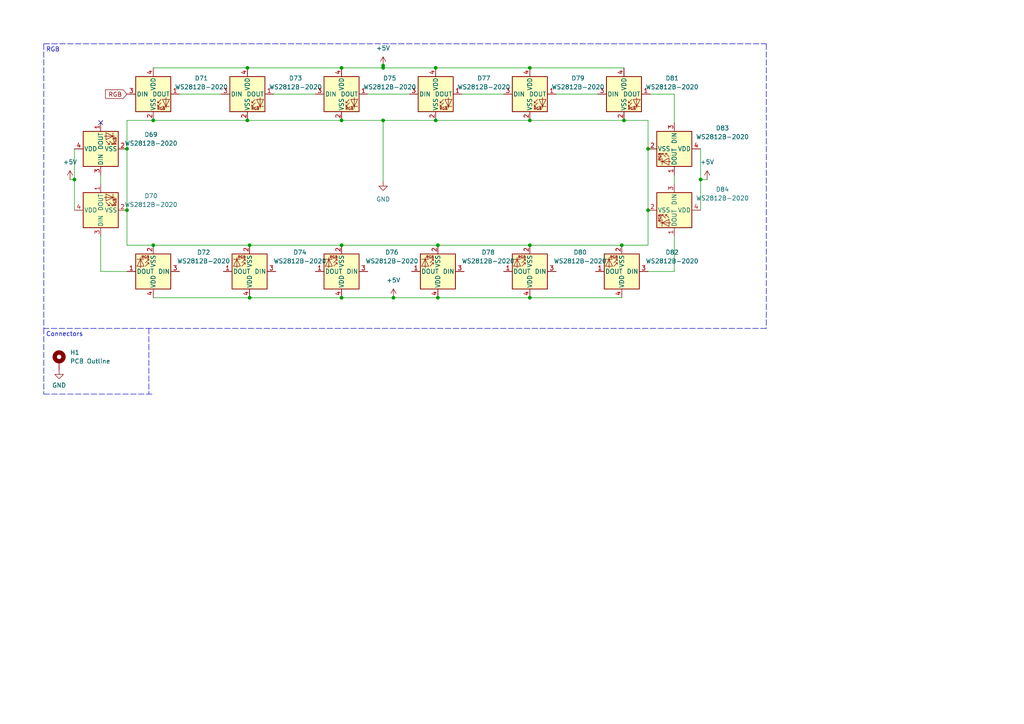
<source format=kicad_sch>
(kicad_sch (version 20211123) (generator eeschema)
  (paper "A4")
  (title_block (title "SST60 - Multi-layout 60% pcb") (date "2022-07-25") (rev "1.0"))
  (lib_symbols
    (symbol "Mechanical:MountingHole_Pad" (pin_numbers hide) (pin_names (offset 1.016) hide)
      (property "Reference" "H" (at 0 6.35 0))
      (property "Value" "MountingHole_Pad" (at 0 4.445 0))
      (symbol "MountingHole_Pad_0_1"
        (circle (center 0 1.27) (radius 1.27) (stroke (width 1.27)))
      )
      (symbol "MountingHole_Pad_1_1"
        (pin input line (at 0 -2.54 90) (length 2.54) (name "1") (number "1"))
      )
    )
    (symbol "cipulot_parts:SK6812MINI" (pin_names (offset 0.254))
      (property "Reference" "D" (at 5.08 5.715 0))
      (property "Value" "SK6812MINI" (at 1.27 -5.715 0))
      (symbol "SK6812MINI_0_0"
        (text "RGB" (at 2.286 -4.191 0) (effects (font (size 0.762 0.762))))
      )
      (symbol "SK6812MINI_0_1"
        (polyline (pts (xy 1.27 -3.556) (xy 1.778 -3.556)))
        (polyline (pts (xy 1.27 -2.54) (xy 1.778 -2.54)))
        (polyline (pts (xy 4.699 -3.556) (xy 2.667 -3.556)))
        (polyline (pts (xy 2.286 -2.54) (xy 1.27 -3.556) (xy 1.27 -3.048)))
        (polyline (pts (xy 2.286 -1.524) (xy 1.27 -2.54) (xy 1.27 -2.032)))
        (polyline (pts (xy 3.683 -1.016) (xy 3.683 -3.556) (xy 3.683 -4.064)))
        (polyline (pts (xy 4.699 -1.524) (xy 2.667 -1.524) (xy 3.683 -3.556) (xy 4.699 -1.524)))
        (rectangle (start 5.08 5.08) (end -5.08 -5.08) (stroke (width 0.254)) (fill (type background)))
      )
      (symbol "SK6812MINI_1_1"
        (pin output line (at 7.62 0 180) (length 2.54) (name "DOUT") (number "1"))
        (pin power_in line (at 0 -7.62 90) (length 2.54) (name "VSS") (number "2"))
        (pin input line (at -7.62 0 0) (length 2.54) (name "DIN") (number "3"))
        (pin power_in line (at 0 7.62 270) (length 2.54) (name "VDD") (number "4"))
      )
    )
    (symbol "power:+5V" (power) (pin_names (offset 0))
      (property "Value" "+5V" (at 0 3.556 0))
      (symbol "+5V_0_1"
        (polyline (pts (xy -0.762 1.27) (xy 0 2.54)))
        (polyline (pts (xy 0 0) (xy 0 2.54)))
        (polyline (pts (xy 0 2.54) (xy 0.762 1.27)))
      )
      (symbol "+5V_1_1"
        (pin power_in line (at 0 0 90) (length 0) hide (name "+5V") (number "1"))
      )
    )
    (symbol "power:GND" (power) (pin_names (offset 0))
      (property "Value" "GND" (at 0 -3.81 0))
      (symbol "GND_0_1"
        (polyline (pts (xy 0 0) (xy 0 -1.27) (xy 1.27 -1.27) (xy 0 -2.54) (xy -1.27 -1.27) (xy 0 -1.27)))
      )
      (symbol "GND_1_1"
        (pin power_in line (at 0 0 270) (length 0) hide (name "GND") (number "1"))
      )
    )
  )
  (junction (at 153.67 34.925))
  (junction (at 114.113 86.36))
  (junction (at 153.67 71.12))
  (junction (at 187.96 60.96))
  (junction (at 153.67 86.36))
  (junction (at 111.125 19.05))
  (junction (at 21.59 52.07))
  (junction (at 44.45 71.12))
  (junction (at 99.06 86.36))
  (junction (at 187.96 43.18))
  (junction (at 180.975 34.925))
  (junction (at 127 86.36))
  (junction (at 180.34 71.12))
  (junction (at 99.06 19.685))
  (junction (at 126.365 34.925))
  (junction (at 36.83 60.96))
  (junction (at 71.755 34.925))
  (junction (at 127 71.12))
  (junction (at 111.125 19.685))
  (junction (at 111.125 34.925))
  (junction (at 36.83 43.18))
  (junction (at 72.39 86.36))
  (junction (at 153.67 19.685))
  (junction (at 126.365 19.685))
  (junction (at 99.06 34.925))
  (junction (at 99.06 71.12))
  (junction (at 44.45 34.925))
  (junction (at 72.39 71.12))
  (junction (at 203.2 52.07))
  (junction (at 71.755 19.685))
  (no_connect (at 29.21 35.56))
  (wire (pts (xy 21.59 52.07) (xy 21.59 60.96)))
  (wire (pts (xy 187.96 43.18) (xy 187.96 34.925)))
  (polyline (pts (xy 12.7 12.7) (xy 12.7 95.25)))
  (wire (pts (xy 195.58 50.8) (xy 195.58 53.34)))
  (wire (pts (xy 127 71.12) (xy 99.06 71.12)))
  (wire (pts (xy 187.96 43.18) (xy 187.96 60.96)))
  (wire (pts (xy 99.06 34.925) (xy 111.125 34.925)))
  (wire (pts (xy 21.59 43.18) (xy 21.59 52.07)))
  (wire (pts (xy 44.45 71.12) (xy 36.83 71.12)))
  (wire (pts (xy 188.595 27.305) (xy 195.58 27.305)))
  (wire (pts (xy 127 86.36) (xy 153.67 86.36)))
  (wire (pts (xy 106.68 27.305) (xy 118.745 27.305)))
  (wire (pts (xy 29.21 68.58) (xy 29.21 78.74)))
  (wire (pts (xy 126.365 19.685) (xy 111.125 19.685)))
  (polyline (pts (xy 12.7 12.7) (xy 222.25 12.7)))
  (wire (pts (xy 161.29 27.305) (xy 173.355 27.305)))
  (polyline (pts (xy 43.18 95.25) (xy 43.18 114.3)))
  (polyline (pts (xy 222.25 12.7) (xy 222.25 95.25)))
  (wire (pts (xy 187.96 71.12) (xy 180.34 71.12)))
  (wire (pts (xy 180.34 71.12) (xy 153.67 71.12)))
  (wire (pts (xy 203.2 43.18) (xy 203.2 52.07)))
  (wire (pts (xy 187.96 60.96) (xy 187.96 71.12)))
  (wire (pts (xy 79.375 27.305) (xy 91.44 27.305)))
  (wire (pts (xy 29.21 78.74) (xy 36.83 78.74)))
  (wire (pts (xy 36.83 43.18) (xy 36.83 34.925)))
  (wire (pts (xy 36.83 43.18) (xy 36.83 60.96)))
  (wire (pts (xy 153.67 34.925) (xy 180.975 34.925)))
  (wire (pts (xy 111.125 19.685) (xy 111.125 19.05)))
  (wire (pts (xy 44.45 34.925) (xy 71.755 34.925)))
  (wire (pts (xy 203.2 52.07) (xy 205.105 52.07)))
  (wire (pts (xy 99.06 19.685) (xy 111.125 19.685)))
  (polyline (pts (xy 12.7 114.3) (xy 44.45 114.3)))
  (wire (pts (xy 195.58 27.305) (xy 195.58 35.56)))
  (wire (pts (xy 195.58 68.58) (xy 195.58 78.74)))
  (wire (pts (xy 153.67 71.12) (xy 127 71.12)))
  (wire (pts (xy 180.975 19.685) (xy 153.67 19.685)))
  (wire (pts (xy 111.125 52.705) (xy 111.125 34.925)))
  (wire (pts (xy 20.32 52.07) (xy 21.59 52.07)))
  (wire (pts (xy 44.45 19.685) (xy 71.755 19.685)))
  (wire (pts (xy 71.755 34.925) (xy 99.06 34.925)))
  (wire (pts (xy 29.21 50.8) (xy 29.21 53.34)))
  (wire (pts (xy 133.985 27.305) (xy 146.05 27.305)))
  (wire (pts (xy 36.83 60.96) (xy 36.83 71.12)))
  (wire (pts (xy 99.06 71.12) (xy 72.39 71.12)))
  (wire (pts (xy 203.2 60.96) (xy 203.2 52.07)))
  (wire (pts (xy 99.06 86.36) (xy 114.113 86.36)))
  (wire (pts (xy 114.113 86.36) (xy 127 86.36)))
  (polyline (pts (xy 12.7 95.25) (xy 12.7 114.3)))
  (wire (pts (xy 36.83 34.925) (xy 44.45 34.925)))
  (wire (pts (xy 72.39 86.36) (xy 99.06 86.36)))
  (wire (pts (xy 153.67 86.36) (xy 180.34 86.36)))
  (wire (pts (xy 111.125 19.05) (xy 111.125 18.415)))
  (wire (pts (xy 52.07 27.305) (xy 64.135 27.305)))
  (wire (pts (xy 44.45 86.36) (xy 72.39 86.36)))
  (wire (pts (xy 126.365 34.925) (xy 153.67 34.925)))
  (wire (pts (xy 195.58 78.74) (xy 187.96 78.74)))
  (wire (pts (xy 111.125 34.925) (xy 126.365 34.925)))
  (wire (pts (xy 72.39 71.12) (xy 44.45 71.12)))
  (wire (pts (xy 71.755 19.685) (xy 99.06 19.685)))
  (wire (pts (xy 187.96 34.925) (xy 180.975 34.925)))
  (wire (pts (xy 153.67 19.685) (xy 126.365 19.685)))
  (polyline (pts (xy 222.25 95.25) (xy 12.7 95.25)))
  (text "Connectors\n" (at 13.335 97.79 0) (effects (font (size 1.27 1.27)) (justify left bottom)))
  (text "RGB\n" (at 13.335 15.24 0) (effects (font (size 1.27 1.27)) (justify left bottom)))
  (global_label "RGB" (shape input) (at 36.83 27.305 180) (property "Intersheet References" "${INTERSHEET_REFS}" (effects hide)))
  (symbol (lib_id "cipulot_parts:SK6812MINI") (at 29.21 43.18 90) (unit 1)
    (property "Reference" "D69" (at 43.815 39.0398 90))
    (property "Value" "WS2812B-2020" (at 43.815 41.5798 90))
    (property "Footprint" "acheron_Components:LED_WS2812_2020" (effects hide))
    (property "Datasheet" "http://www.world-semi.com/DownLoadFile/112" (effects hide))
  )
  (symbol (lib_id "cipulot_parts:SK6812MINI") (at 29.21 60.96 90) (unit 1)
    (property "Reference" "D70" (at 43.815 56.8198 90))
    (property "Value" "WS2812B-2020" (at 43.815 59.3598 90))
    (property "Footprint" "acheron_Components:LED_WS2812_2020" (effects hide))
    (property "Datasheet" "http://www.world-semi.com/DownLoadFile/112" (effects hide))
  )
  (symbol (lib_id "cipulot_parts:SK6812MINI") (at 99.06 27.305 0) (unit 1)
    (property "Reference" "D75" (at 113.03 22.6949 0))
    (property "Value" "WS2812B-2020" (at 113.03 25.2349 0))
    (property "Footprint" "acheron_Components:LED_WS2812_2020" (effects hide))
    (property "Datasheet" "http://www.world-semi.com/DownLoadFile/112" (effects hide))
  )
  (symbol (lib_id "cipulot_parts:SK6812MINI") (at 72.39 78.74 180) (unit 1)
    (property "Reference" "D74" (at 86.995 73.1899 0))
    (property "Value" "WS2812B-2020" (at 86.995 75.7299 0))
    (property "Footprint" "acheron_Components:LED_WS2812_2020" (effects hide))
    (property "Datasheet" "http://www.world-semi.com/DownLoadFile/112" (effects hide))
  )
  (symbol (lib_id "cipulot_parts:SK6812MINI") (at 153.67 27.305 0) (unit 1)
    (property "Reference" "D79" (at 167.64 22.6949 0))
    (property "Value" "WS2812B-2020" (at 167.64 25.2349 0))
    (property "Footprint" "acheron_Components:LED_WS2812_2020" (effects hide))
    (property "Datasheet" "http://www.world-semi.com/DownLoadFile/112" (effects hide))
  )
  (symbol (lib_id "power:GND") (at 17.145 107.315 0) (unit 1)
    (property "Reference" "#PWR0141" (effects hide))
    (property "Value" "GND" (at 17.145 111.76 0))
  )
  (symbol (lib_id "cipulot_parts:SK6812MINI") (at 180.975 27.305 0) (unit 1)
    (property "Reference" "D81" (at 194.945 22.6949 0))
    (property "Value" "WS2812B-2020" (at 194.945 25.2349 0))
    (property "Footprint" "acheron_Components:LED_WS2812_2020" (effects hide))
    (property "Datasheet" "http://www.world-semi.com/DownLoadFile/112" (effects hide))
  )
  (symbol (lib_id "cipulot_parts:SK6812MINI") (at 99.06 78.74 180) (unit 1)
    (property "Reference" "D76" (at 113.665 73.1899 0))
    (property "Value" "WS2812B-2020" (at 113.665 75.7299 0))
    (property "Footprint" "acheron_Components:LED_WS2812_2020" (effects hide))
    (property "Datasheet" "http://www.world-semi.com/DownLoadFile/112" (effects hide))
  )
  (symbol (lib_id "Mechanical:MountingHole_Pad") (at 17.145 104.775 0) (unit 1)
    (property "Reference" "H1" (at 20.32 102.2349 0) (effects (justify left)))
    (property "Value" "PCB Outline" (at 20.32 104.7749 0) (effects (justify left)))
    (property "Footprint" "Components:L60 Outline" (effects hide))
  )
  (symbol (lib_id "cipulot_parts:SK6812MINI") (at 180.34 78.74 180) (unit 1)
    (property "Reference" "D82" (at 194.945 73.1899 0))
    (property "Value" "WS2812B-2020" (at 194.945 75.7299 0))
    (property "Footprint" "acheron_Components:LED_WS2812_2020" (effects hide))
    (property "Datasheet" "http://www.world-semi.com/DownLoadFile/112" (effects hide))
  )
  (symbol (lib_id "power:+5V") (at 205.105 52.07 0) (unit 1)
    (property "Reference" "#PWR0113" (effects hide))
    (property "Value" "+5V" (at 205.105 46.99 0))
  )
  (symbol (lib_id "power:+5V") (at 111.125 19.05 0) (unit 1)
    (property "Reference" "#PWR0111" (effects hide))
    (property "Value" "+5V" (at 111.125 13.97 0))
  )
  (symbol (lib_id "cipulot_parts:SK6812MINI") (at 126.365 27.305 0) (unit 1)
    (property "Reference" "D77" (at 140.335 22.6949 0))
    (property "Value" "WS2812B-2020" (at 140.335 25.2349 0))
    (property "Footprint" "acheron_Components:LED_WS2812_2020" (effects hide))
    (property "Datasheet" "http://www.world-semi.com/DownLoadFile/112" (effects hide))
  )
  (symbol (lib_id "power:+5V") (at 114.113 86.36 0) (unit 1)
    (property "Reference" "#PWR0112" (effects hide))
    (property "Value" "+5V" (at 114.113 81.28 0))
  )
  (symbol (lib_id "power:GND") (at 111.125 52.705 0) (unit 1)
    (property "Reference" "#PWR0137" (effects hide))
    (property "Value" "GND" (at 111.125 57.785 0))
  )
  (symbol (lib_id "cipulot_parts:SK6812MINI") (at 195.58 60.96 270) (unit 1)
    (property "Reference" "D84" (at 209.55 54.94 90))
    (property "Value" "WS2812B-2020" (at 209.55 57.48 90))
    (property "Footprint" "acheron_Components:LED_WS2812_2020" (effects hide))
    (property "Datasheet" "http://www.world-semi.com/DownLoadFile/112" (effects hide))
  )
  (symbol (lib_id "cipulot_parts:SK6812MINI") (at 71.755 27.305 0) (unit 1)
    (property "Reference" "D73" (at 85.725 22.6949 0))
    (property "Value" "WS2812B-2020" (at 85.725 25.2349 0))
    (property "Footprint" "acheron_Components:LED_WS2812_2020" (effects hide))
    (property "Datasheet" "http://www.world-semi.com/DownLoadFile/112" (effects hide))
  )
  (symbol (lib_id "power:+5V") (at 20.32 52.07 0) (unit 1)
    (property "Reference" "#PWR0114" (effects hide))
    (property "Value" "+5V" (at 20.32 46.99 0))
  )
  (symbol (lib_id "cipulot_parts:SK6812MINI") (at 195.58 43.18 270) (unit 1)
    (property "Reference" "D83" (at 209.55 37.16 90))
    (property "Value" "WS2812B-2020" (at 209.55 39.7 90))
    (property "Footprint" "acheron_Components:LED_WS2812_2020" (effects hide))
    (property "Datasheet" "http://www.world-semi.com/DownLoadFile/112" (effects hide))
  )
  (symbol (lib_id "cipulot_parts:SK6812MINI") (at 153.67 78.74 180) (unit 1)
    (property "Reference" "D80" (at 168.275 73.1899 0))
    (property "Value" "WS2812B-2020" (at 168.275 75.7299 0))
    (property "Footprint" "acheron_Components:LED_WS2812_2020" (effects hide))
    (property "Datasheet" "http://www.world-semi.com/DownLoadFile/112" (effects hide))
  )
  (symbol (lib_id "cipulot_parts:SK6812MINI") (at 44.45 78.74 180) (unit 1)
    (property "Reference" "D72" (at 59.055 73.1899 0))
    (property "Value" "WS2812B-2020" (at 59.055 75.7299 0))
    (property "Footprint" "acheron_Components:LED_WS2812_2020" (effects hide))
    (property "Datasheet" "http://www.world-semi.com/DownLoadFile/112" (effects hide))
  )
  (symbol (lib_id "cipulot_parts:SK6812MINI") (at 44.45 27.305 0) (unit 1)
    (property "Reference" "D71" (at 58.42 22.6949 0))
    (property "Value" "WS2812B-2020" (at 58.42 25.2349 0))
    (property "Footprint" "acheron_Components:LED_WS2812_2020" (effects hide))
    (property "Datasheet" "http://www.world-semi.com/DownLoadFile/112" (effects hide))
  )
  (symbol (lib_id "cipulot_parts:SK6812MINI") (at 127 78.74 180) (unit 1)
    (property "Reference" "D78" (at 141.605 73.1899 0))
    (property "Value" "WS2812B-2020" (at 141.605 75.7299 0))
    (property "Footprint" "acheron_Components:LED_WS2812_2020" (effects hide))
    (property "Datasheet" "http://www.world-semi.com/DownLoadFile/112" (effects hide))
  )
)
</source>
